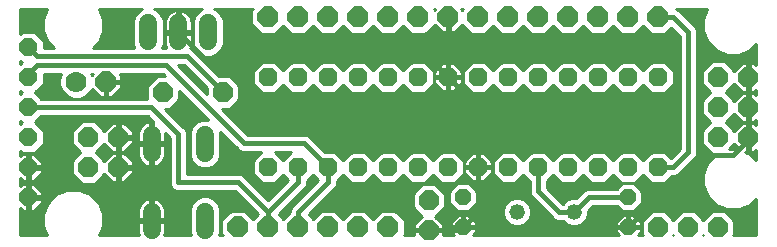
<source format=gbl>
G75*
G70*
%OFA0B0*%
%FSLAX24Y24*%
%IPPOS*%
%LPD*%
%AMOC8*
5,1,8,0,0,1.08239X$1,22.5*
%
%ADD10OC8,0.0630*%
%ADD11OC8,0.0660*%
%ADD12C,0.0600*%
%ADD13OC8,0.0700*%
%ADD14C,0.0700*%
%ADD15C,0.0520*%
%ADD16OC8,0.0520*%
%ADD17OC8,0.0600*%
%ADD18C,0.0160*%
%ADD19C,0.0100*%
D10*
X009601Y018601D03*
X010601Y018601D03*
X011601Y018601D03*
X012601Y018601D03*
X013601Y018601D03*
X014601Y018601D03*
X015601Y018601D03*
X016601Y018601D03*
X017601Y018601D03*
X018601Y018601D03*
X019601Y018601D03*
X020601Y018601D03*
X021601Y018601D03*
X022601Y018601D03*
X022601Y021601D03*
X021601Y021601D03*
X020601Y021601D03*
X019601Y021601D03*
X018601Y021601D03*
X017601Y021601D03*
X016601Y021601D03*
X015601Y021601D03*
X014601Y021601D03*
X013601Y021601D03*
X012601Y021601D03*
X011601Y021601D03*
X010601Y021601D03*
X009601Y021601D03*
D11*
X008101Y021101D03*
X006101Y021101D03*
X004601Y019601D03*
X003601Y019601D03*
X003601Y018601D03*
X004601Y018601D03*
X014951Y017501D03*
X014951Y016501D03*
X022601Y016601D03*
X023601Y016601D03*
X024601Y016601D03*
X024601Y019601D03*
X025601Y019601D03*
X025601Y020601D03*
X024601Y020601D03*
X024601Y021601D03*
X025601Y021601D03*
D12*
X007601Y022801D02*
X007601Y023401D01*
X006601Y023401D02*
X006601Y022801D01*
X005601Y022801D02*
X005601Y023401D01*
X005711Y019681D02*
X005711Y019081D01*
X007491Y019081D02*
X007491Y019681D01*
X007491Y017121D02*
X007491Y016521D01*
X005711Y016521D02*
X005711Y017121D01*
D13*
X008601Y016601D03*
X009601Y016601D03*
X010601Y016601D03*
X011601Y016601D03*
X012601Y016601D03*
X013601Y016601D03*
X013601Y023601D03*
X014601Y023601D03*
X015601Y023601D03*
X016601Y023601D03*
X017601Y023601D03*
X018601Y023601D03*
X019601Y023601D03*
X020601Y023601D03*
X021601Y023601D03*
X022601Y023601D03*
X012601Y023601D03*
X011601Y023601D03*
X010601Y023601D03*
X009601Y023601D03*
X004201Y021451D03*
D14*
X003201Y021451D03*
D15*
X017901Y017101D03*
X019801Y017101D03*
D16*
X021601Y017601D03*
X021601Y016601D03*
X016101Y016601D03*
X016101Y017601D03*
D17*
X001601Y017601D03*
X001601Y018601D03*
X001601Y019601D03*
X001601Y020601D03*
X001601Y021601D03*
X001601Y022601D03*
D18*
X001901Y022301D01*
X006901Y022301D01*
X008101Y021101D01*
X008501Y022101D02*
X007601Y022101D01*
X006601Y023101D01*
X006201Y022001D02*
X008801Y019401D01*
X010801Y019401D01*
X011601Y018601D01*
X011601Y018101D01*
X010601Y017101D01*
X010601Y016601D01*
X009601Y016601D02*
X009601Y017101D01*
X008601Y018101D01*
X006601Y018101D01*
X006601Y019701D01*
X005701Y020601D01*
X001601Y020601D01*
X001601Y021601D02*
X001601Y021701D01*
X001901Y022001D01*
X006201Y022001D01*
X008501Y022101D02*
X009201Y022801D01*
X014401Y022801D01*
X015601Y021601D01*
X015601Y023601D01*
X015601Y021601D02*
X016601Y020601D01*
X016601Y018601D01*
X016601Y017101D01*
X017101Y016601D01*
X021601Y016601D01*
X024001Y019001D01*
X025101Y019001D01*
X025601Y019501D01*
X025601Y019601D01*
X025601Y020601D01*
X025601Y021601D01*
X023601Y023101D02*
X023101Y023601D01*
X022601Y023601D01*
X023601Y023101D02*
X023601Y019101D01*
X023101Y018601D01*
X022601Y018601D01*
X021601Y017601D02*
X020301Y017601D01*
X019801Y017101D01*
X019301Y017101D01*
X018601Y017801D01*
X018601Y018601D01*
X016601Y017101D02*
X016101Y016601D01*
X016001Y016501D01*
X014951Y016501D01*
X010601Y018101D02*
X009601Y017101D01*
X010601Y018101D02*
X010601Y018601D01*
D19*
X001331Y017234D02*
X001331Y016331D01*
X002233Y016331D01*
X002100Y016652D01*
X002100Y017050D01*
X001331Y017050D01*
X001331Y016952D02*
X002100Y016952D01*
X002100Y017050D02*
X002252Y017418D01*
X002534Y017700D01*
X002902Y017852D01*
X003300Y017852D01*
X003668Y017700D01*
X003950Y017418D01*
X004102Y017050D01*
X004102Y016652D01*
X003969Y016331D01*
X005303Y016331D01*
X005294Y016348D01*
X005272Y016415D01*
X005261Y016485D01*
X005261Y016771D01*
X005661Y016771D01*
X005661Y016871D01*
X005661Y017568D01*
X005605Y017560D01*
X005538Y017538D01*
X005475Y017506D01*
X005418Y017464D01*
X005368Y017414D01*
X005326Y017357D01*
X005294Y017294D01*
X005272Y017226D01*
X005261Y017156D01*
X005261Y016871D01*
X005661Y016871D01*
X005761Y016871D01*
X005761Y017568D01*
X005816Y017560D01*
X005884Y017538D01*
X005947Y017506D01*
X006004Y017464D01*
X006054Y017414D01*
X006096Y017357D01*
X006128Y017294D01*
X006150Y017226D01*
X006161Y017156D01*
X006161Y016871D01*
X005761Y016871D01*
X005761Y016771D01*
X006161Y016771D01*
X006161Y016485D01*
X006150Y016415D01*
X006128Y016348D01*
X006119Y016331D01*
X007017Y016331D01*
X006981Y016419D01*
X006981Y017222D01*
X007058Y017410D01*
X007202Y017553D01*
X007389Y017631D01*
X007592Y017631D01*
X007780Y017553D01*
X007923Y017410D01*
X008001Y017222D01*
X008001Y016419D01*
X007964Y016331D01*
X008079Y016331D01*
X008041Y016369D01*
X008041Y016833D01*
X008369Y017161D01*
X008833Y017161D01*
X009101Y016893D01*
X009250Y017042D01*
X008481Y017811D01*
X006543Y017811D01*
X006436Y017855D01*
X006355Y017936D01*
X006311Y018043D01*
X006311Y018158D01*
X006311Y019581D01*
X006158Y019733D01*
X006161Y019716D01*
X006161Y019431D01*
X005761Y019431D01*
X005761Y019331D01*
X006161Y019331D01*
X006161Y019045D01*
X006150Y018975D01*
X006128Y018908D01*
X006096Y018845D01*
X006054Y018788D01*
X006004Y018738D01*
X005947Y018696D01*
X005884Y018664D01*
X005816Y018642D01*
X005761Y018633D01*
X005761Y019331D01*
X005661Y019331D01*
X005661Y018633D01*
X005605Y018642D01*
X005538Y018664D01*
X005475Y018696D01*
X005418Y018738D01*
X005368Y018788D01*
X005326Y018845D01*
X005294Y018908D01*
X005272Y018975D01*
X005261Y019045D01*
X005261Y019331D01*
X005661Y019331D01*
X005661Y019431D01*
X005661Y020128D01*
X005605Y020120D01*
X005538Y020098D01*
X005475Y020066D01*
X005418Y020024D01*
X005368Y019974D01*
X005326Y019917D01*
X005294Y019854D01*
X005272Y019786D01*
X005261Y019716D01*
X005261Y019431D01*
X005661Y019431D01*
X005761Y019431D01*
X005761Y020128D01*
X005763Y020128D01*
X005581Y020311D01*
X002032Y020311D01*
X001822Y020101D01*
X002111Y019812D01*
X002111Y019390D01*
X001812Y019091D01*
X001390Y019091D01*
X001331Y019150D01*
X001331Y018967D01*
X001414Y019051D01*
X001551Y019051D01*
X001551Y018651D01*
X001651Y018651D01*
X001651Y019051D01*
X001787Y019051D01*
X002051Y018787D01*
X002051Y018651D01*
X001651Y018651D01*
X001651Y018551D01*
X002051Y018551D01*
X002051Y018414D01*
X001787Y018151D01*
X001651Y018151D01*
X001651Y018551D01*
X001551Y018551D01*
X001551Y018151D01*
X001414Y018151D01*
X001331Y018234D01*
X001331Y017967D01*
X001414Y018051D01*
X001551Y018051D01*
X001551Y017651D01*
X001651Y017651D01*
X001651Y018051D01*
X001787Y018051D01*
X002051Y017787D01*
X002051Y017651D01*
X001651Y017651D01*
X001651Y017551D01*
X002051Y017551D01*
X002051Y017414D01*
X001787Y017151D01*
X001651Y017151D01*
X001651Y017551D01*
X001551Y017551D01*
X001551Y017151D01*
X001414Y017151D01*
X001331Y017234D01*
X001331Y017149D02*
X002141Y017149D01*
X002181Y017247D02*
X001884Y017247D01*
X001982Y017346D02*
X002222Y017346D01*
X002279Y017444D02*
X002051Y017444D01*
X002051Y017543D02*
X002377Y017543D01*
X002476Y017641D02*
X001651Y017641D01*
X001651Y017543D02*
X001551Y017543D01*
X001551Y017444D02*
X001651Y017444D01*
X001651Y017346D02*
X001551Y017346D01*
X001551Y017247D02*
X001651Y017247D01*
X001651Y017740D02*
X001551Y017740D01*
X001551Y017839D02*
X001651Y017839D01*
X001651Y017937D02*
X001551Y017937D01*
X001551Y018036D02*
X001651Y018036D01*
X001802Y018036D02*
X006314Y018036D01*
X006311Y018134D02*
X004813Y018134D01*
X004800Y018121D02*
X005081Y018402D01*
X005081Y018551D01*
X004651Y018551D01*
X004651Y018651D01*
X004551Y018651D01*
X004551Y019081D01*
X004402Y019081D01*
X004141Y018819D01*
X004141Y018824D01*
X004145Y018824D01*
X004141Y018824D02*
X003864Y019101D01*
X004141Y019377D01*
X004141Y019382D01*
X004402Y019121D01*
X004551Y019121D01*
X004551Y019551D01*
X004651Y019551D01*
X004651Y019651D01*
X004551Y019651D01*
X004551Y020081D01*
X004402Y020081D01*
X004141Y019819D01*
X004141Y019824D01*
X003824Y020141D01*
X003377Y020141D01*
X003061Y019824D01*
X003061Y019377D01*
X003337Y019101D01*
X003061Y018824D01*
X002014Y018824D01*
X002051Y018725D02*
X003061Y018725D01*
X003061Y018627D02*
X001651Y018627D01*
X001651Y018725D02*
X001551Y018725D01*
X001551Y018824D02*
X001651Y018824D01*
X001651Y018923D02*
X001551Y018923D01*
X001551Y019021D02*
X001651Y019021D01*
X001817Y019021D02*
X003257Y019021D01*
X003318Y019120D02*
X001841Y019120D01*
X001939Y019218D02*
X003220Y019218D01*
X003121Y019317D02*
X002038Y019317D01*
X002111Y019415D02*
X003061Y019415D01*
X003061Y019514D02*
X002111Y019514D01*
X002111Y019612D02*
X003061Y019612D01*
X003061Y019711D02*
X002111Y019711D01*
X002111Y019809D02*
X003061Y019809D01*
X003144Y019908D02*
X002015Y019908D01*
X001916Y020007D02*
X003243Y020007D01*
X003341Y020105D02*
X001826Y020105D01*
X001925Y020204D02*
X005688Y020204D01*
X005661Y020105D02*
X005761Y020105D01*
X005761Y020007D02*
X005661Y020007D01*
X005661Y019908D02*
X005761Y019908D01*
X005761Y019809D02*
X005661Y019809D01*
X005661Y019711D02*
X005761Y019711D01*
X005761Y019612D02*
X005661Y019612D01*
X005661Y019514D02*
X005761Y019514D01*
X005761Y019415D02*
X006311Y019415D01*
X006311Y019317D02*
X006161Y019317D01*
X006161Y019218D02*
X006311Y019218D01*
X006311Y019120D02*
X006161Y019120D01*
X006157Y019021D02*
X006311Y019021D01*
X006311Y018923D02*
X006132Y018923D01*
X006080Y018824D02*
X006311Y018824D01*
X006311Y018725D02*
X005987Y018725D01*
X005761Y018725D02*
X005661Y018725D01*
X005661Y018824D02*
X005761Y018824D01*
X005761Y018923D02*
X005661Y018923D01*
X005661Y019021D02*
X005761Y019021D01*
X005761Y019120D02*
X005661Y019120D01*
X005661Y019218D02*
X005761Y019218D01*
X005761Y019317D02*
X005661Y019317D01*
X005661Y019415D02*
X005081Y019415D01*
X005081Y019402D02*
X005081Y019551D01*
X004651Y019551D01*
X004651Y019121D01*
X004800Y019121D01*
X005081Y019402D01*
X005081Y019514D02*
X005261Y019514D01*
X005261Y019612D02*
X004651Y019612D01*
X004651Y019651D02*
X005081Y019651D01*
X005081Y019800D01*
X004800Y020081D01*
X004651Y020081D01*
X004651Y019651D01*
X004651Y019711D02*
X004551Y019711D01*
X004551Y019809D02*
X004651Y019809D01*
X004651Y019908D02*
X004551Y019908D01*
X004551Y020007D02*
X004651Y020007D01*
X004874Y020007D02*
X005400Y020007D01*
X005322Y019908D02*
X004972Y019908D01*
X005071Y019809D02*
X005279Y019809D01*
X005261Y019711D02*
X005081Y019711D01*
X004651Y019514D02*
X004551Y019514D01*
X004551Y019415D02*
X004651Y019415D01*
X004651Y019317D02*
X004551Y019317D01*
X004551Y019218D02*
X004651Y019218D01*
X004651Y019081D02*
X004651Y018651D01*
X005081Y018651D01*
X005081Y018800D01*
X004800Y019081D01*
X004651Y019081D01*
X004651Y019021D02*
X004551Y019021D01*
X004551Y018923D02*
X004651Y018923D01*
X004651Y018824D02*
X004551Y018824D01*
X004551Y018725D02*
X004651Y018725D01*
X004651Y018627D02*
X006311Y018627D01*
X006311Y018528D02*
X005081Y018528D01*
X005081Y018430D02*
X006311Y018430D01*
X006311Y018331D02*
X005010Y018331D01*
X004912Y018233D02*
X006311Y018233D01*
X006355Y017937D02*
X001901Y017937D01*
X001999Y017839D02*
X002869Y017839D01*
X002631Y017740D02*
X002051Y017740D01*
X001869Y018233D02*
X003205Y018233D01*
X003107Y018331D02*
X001968Y018331D01*
X002051Y018430D02*
X003061Y018430D01*
X003061Y018377D02*
X003377Y018061D01*
X003824Y018061D01*
X004141Y018377D01*
X004141Y018382D01*
X004402Y018121D01*
X004551Y018121D01*
X004551Y018551D01*
X004651Y018551D01*
X004651Y018121D01*
X004800Y018121D01*
X004651Y018134D02*
X004551Y018134D01*
X004551Y018233D02*
X004651Y018233D01*
X004651Y018331D02*
X004551Y018331D01*
X004551Y018430D02*
X004651Y018430D01*
X004651Y018528D02*
X004551Y018528D01*
X004290Y018233D02*
X003996Y018233D01*
X003898Y018134D02*
X004389Y018134D01*
X004191Y018331D02*
X004095Y018331D01*
X004043Y018923D02*
X004244Y018923D01*
X004342Y019021D02*
X003944Y019021D01*
X003883Y019120D02*
X005261Y019120D01*
X005261Y019218D02*
X004897Y019218D01*
X004996Y019317D02*
X005261Y019317D01*
X005265Y019021D02*
X004859Y019021D01*
X004958Y018923D02*
X005289Y018923D01*
X005341Y018824D02*
X005056Y018824D01*
X005081Y018725D02*
X005434Y018725D01*
X006161Y019514D02*
X006311Y019514D01*
X006279Y019612D02*
X006161Y019612D01*
X006161Y019711D02*
X006181Y019711D01*
X006607Y020105D02*
X007194Y020105D01*
X007202Y020113D02*
X007058Y019970D01*
X006981Y019782D01*
X006981Y018979D01*
X007058Y018792D01*
X007202Y018648D01*
X007389Y018571D01*
X007592Y018571D01*
X007780Y018648D01*
X007923Y018792D01*
X008001Y018979D01*
X008001Y019782D01*
X007995Y019797D01*
X008555Y019236D01*
X008636Y019155D01*
X008743Y019111D01*
X009368Y019111D01*
X009076Y018818D01*
X009076Y018383D01*
X009383Y018076D01*
X009818Y018076D01*
X010101Y018358D01*
X010275Y018185D01*
X009601Y017511D01*
X008765Y018347D01*
X008658Y018391D01*
X008543Y018391D01*
X006891Y018391D01*
X006891Y019758D01*
X006847Y019865D01*
X006765Y019947D01*
X006151Y020561D01*
X006324Y020561D01*
X006641Y020877D01*
X006641Y021151D01*
X007607Y020185D01*
X007592Y020191D01*
X007389Y020191D01*
X007202Y020113D01*
X007095Y020007D02*
X006705Y020007D01*
X006804Y019908D02*
X007033Y019908D01*
X006992Y019809D02*
X006870Y019809D01*
X006891Y019711D02*
X006981Y019711D01*
X006981Y019612D02*
X006891Y019612D01*
X006891Y019514D02*
X006981Y019514D01*
X006981Y019415D02*
X006891Y019415D01*
X006891Y019317D02*
X006981Y019317D01*
X006981Y019218D02*
X006891Y019218D01*
X006891Y019120D02*
X006981Y019120D01*
X006981Y019021D02*
X006891Y019021D01*
X006891Y018923D02*
X007004Y018923D01*
X007045Y018824D02*
X006891Y018824D01*
X006891Y018725D02*
X007125Y018725D01*
X007254Y018627D02*
X006891Y018627D01*
X006891Y018528D02*
X009076Y018528D01*
X009076Y018430D02*
X006891Y018430D01*
X006476Y017839D02*
X003332Y017839D01*
X003570Y017740D02*
X008551Y017740D01*
X008650Y017641D02*
X003726Y017641D01*
X003824Y017543D02*
X005554Y017543D01*
X005661Y017543D02*
X005761Y017543D01*
X005761Y017444D02*
X005661Y017444D01*
X005661Y017346D02*
X005761Y017346D01*
X005761Y017247D02*
X005661Y017247D01*
X005661Y017149D02*
X005761Y017149D01*
X005761Y017050D02*
X005661Y017050D01*
X005661Y016952D02*
X005761Y016952D01*
X005761Y016853D02*
X006981Y016853D01*
X006981Y016755D02*
X006161Y016755D01*
X006161Y016656D02*
X006981Y016656D01*
X006981Y016558D02*
X006161Y016558D01*
X006157Y016459D02*
X006981Y016459D01*
X007005Y016360D02*
X006132Y016360D01*
X006161Y016952D02*
X006981Y016952D01*
X006981Y017050D02*
X006161Y017050D01*
X006161Y017149D02*
X006981Y017149D01*
X006991Y017247D02*
X006143Y017247D01*
X006101Y017346D02*
X007032Y017346D01*
X007093Y017444D02*
X006024Y017444D01*
X005868Y017543D02*
X007192Y017543D01*
X007790Y017543D02*
X008748Y017543D01*
X008847Y017444D02*
X007888Y017444D01*
X007950Y017346D02*
X008946Y017346D01*
X009044Y017247D02*
X007990Y017247D01*
X008001Y017149D02*
X008357Y017149D01*
X008258Y017050D02*
X008001Y017050D01*
X008001Y016952D02*
X008160Y016952D01*
X008061Y016853D02*
X008001Y016853D01*
X008001Y016755D02*
X008041Y016755D01*
X008041Y016656D02*
X008001Y016656D01*
X008001Y016558D02*
X008041Y016558D01*
X008041Y016459D02*
X008001Y016459D01*
X007976Y016360D02*
X008049Y016360D01*
X008943Y017050D02*
X009241Y017050D01*
X009160Y016952D02*
X009042Y016952D01*
X009143Y017149D02*
X008845Y017149D01*
X009372Y017740D02*
X009830Y017740D01*
X009731Y017641D02*
X009470Y017641D01*
X009569Y017543D02*
X009633Y017543D01*
X009929Y017839D02*
X009273Y017839D01*
X009175Y017937D02*
X010027Y017937D01*
X010126Y018036D02*
X009076Y018036D01*
X008977Y018134D02*
X009325Y018134D01*
X009226Y018233D02*
X008879Y018233D01*
X008780Y018331D02*
X009128Y018331D01*
X009076Y018627D02*
X007728Y018627D01*
X007857Y018725D02*
X009076Y018725D01*
X009082Y018824D02*
X007936Y018824D01*
X007977Y018923D02*
X009180Y018923D01*
X009279Y019021D02*
X008001Y019021D01*
X008001Y019120D02*
X008722Y019120D01*
X008573Y019218D02*
X008001Y019218D01*
X008001Y019317D02*
X008475Y019317D01*
X008376Y019415D02*
X008001Y019415D01*
X008001Y019514D02*
X008278Y019514D01*
X008179Y019612D02*
X008001Y019612D01*
X008001Y019711D02*
X008081Y019711D01*
X008507Y020105D02*
X023311Y020105D01*
X023311Y020007D02*
X008605Y020007D01*
X008704Y019908D02*
X023311Y019908D01*
X023311Y019809D02*
X008802Y019809D01*
X008901Y019711D02*
X023311Y019711D01*
X023311Y019612D02*
X010999Y019612D01*
X010965Y019647D02*
X010858Y019691D01*
X010743Y019691D01*
X008921Y019691D01*
X008051Y020561D01*
X008324Y020561D01*
X008641Y020877D01*
X008641Y021324D01*
X008324Y021641D01*
X007971Y021641D01*
X007065Y022547D01*
X006992Y022577D01*
X007018Y022628D01*
X007040Y022695D01*
X007051Y022765D01*
X007051Y023051D01*
X006651Y023051D01*
X006651Y023151D01*
X007051Y023151D01*
X007051Y023436D01*
X007040Y023506D01*
X007018Y023574D01*
X006986Y023637D01*
X006944Y023694D01*
X006894Y023744D01*
X006837Y023786D01*
X006774Y023818D01*
X006706Y023840D01*
X006651Y023848D01*
X006651Y023151D01*
X006551Y023151D01*
X006551Y023848D01*
X006495Y023840D01*
X006428Y023818D01*
X006365Y023786D01*
X006308Y023744D01*
X006258Y023694D01*
X006216Y023637D01*
X006184Y023574D01*
X006162Y023506D01*
X006151Y023436D01*
X006151Y023151D01*
X006551Y023151D01*
X006551Y023051D01*
X006151Y023051D01*
X006151Y022765D01*
X006162Y022695D01*
X006184Y022628D01*
X006203Y022591D01*
X006066Y022591D01*
X006111Y022699D01*
X006111Y023502D01*
X006033Y023690D01*
X005890Y023833D01*
X005799Y023871D01*
X007403Y023871D01*
X007312Y023833D01*
X007168Y023690D01*
X007091Y023502D01*
X007091Y022699D01*
X007168Y022512D01*
X007312Y022368D01*
X007499Y022291D01*
X007702Y022291D01*
X007890Y022368D01*
X008033Y022512D01*
X008111Y022699D01*
X008111Y023502D01*
X008033Y023690D01*
X007890Y023833D01*
X007799Y023871D01*
X009079Y023871D01*
X009041Y023833D01*
X009041Y023369D01*
X009369Y023041D01*
X009833Y023041D01*
X010101Y023309D01*
X010369Y023041D01*
X010833Y023041D01*
X011101Y023309D01*
X011369Y023041D01*
X011833Y023041D01*
X012101Y023309D01*
X012369Y023041D01*
X012833Y023041D01*
X013101Y023309D01*
X013369Y023041D01*
X013833Y023041D01*
X014101Y023309D01*
X014369Y023041D01*
X014833Y023041D01*
X015143Y023351D01*
X015394Y023101D01*
X015551Y023101D01*
X015551Y023551D01*
X015651Y023551D01*
X015651Y023101D01*
X015808Y023101D01*
X016058Y023351D01*
X016369Y023041D01*
X016833Y023041D01*
X017101Y023309D01*
X017369Y023041D01*
X017833Y023041D01*
X018101Y023309D01*
X018369Y023041D01*
X018833Y023041D01*
X019101Y023309D01*
X019369Y023041D01*
X019833Y023041D01*
X020101Y023309D01*
X020369Y023041D01*
X020833Y023041D01*
X021101Y023309D01*
X021369Y023041D01*
X021833Y023041D01*
X022101Y023309D01*
X022369Y023041D01*
X022833Y023041D01*
X023042Y023250D01*
X023311Y022981D01*
X023311Y019221D01*
X023017Y018927D01*
X022818Y019126D01*
X022383Y019126D01*
X022101Y018843D01*
X021818Y019126D01*
X021383Y019126D01*
X021101Y018843D01*
X020818Y019126D01*
X020383Y019126D01*
X020101Y018843D01*
X019818Y019126D01*
X019383Y019126D01*
X019101Y018843D01*
X018818Y019126D01*
X018383Y019126D01*
X018101Y018843D01*
X017818Y019126D01*
X017383Y019126D01*
X017076Y018818D01*
X017076Y018383D01*
X017383Y018076D01*
X017818Y018076D01*
X018101Y018358D01*
X018311Y018148D01*
X018311Y017858D01*
X018311Y017743D01*
X018355Y017636D01*
X019055Y016936D01*
X019136Y016855D01*
X019243Y016811D01*
X019426Y016811D01*
X019535Y016702D01*
X019707Y016631D01*
X019894Y016631D01*
X020067Y016702D01*
X020199Y016835D01*
X020271Y017007D01*
X020271Y017161D01*
X020421Y017311D01*
X021226Y017311D01*
X021406Y017131D01*
X021795Y017131D01*
X022071Y017406D01*
X022071Y017795D01*
X021795Y018071D01*
X021406Y018071D01*
X021226Y017891D01*
X020358Y017891D01*
X020243Y017891D01*
X020136Y017847D01*
X019861Y017571D01*
X019707Y017571D01*
X019535Y017499D01*
X019426Y017391D01*
X019421Y017391D01*
X018891Y017921D01*
X018891Y018148D01*
X019101Y018358D01*
X019383Y018076D01*
X019818Y018076D01*
X020101Y018358D01*
X020383Y018076D01*
X020818Y018076D01*
X021101Y018358D01*
X021383Y018076D01*
X021818Y018076D01*
X022101Y018358D01*
X022383Y018076D01*
X022818Y018076D01*
X023053Y018311D01*
X023158Y018311D01*
X023265Y018355D01*
X023847Y018936D01*
X023891Y019043D01*
X023891Y019158D01*
X023891Y023043D01*
X023891Y023158D01*
X023847Y023265D01*
X023347Y023765D01*
X023265Y023847D01*
X023207Y023871D01*
X024233Y023871D01*
X024100Y023550D01*
X024100Y023152D01*
X024252Y022784D01*
X024534Y022502D01*
X024902Y022350D01*
X025300Y022350D01*
X025668Y022502D01*
X025871Y022705D01*
X025871Y022009D01*
X025800Y022081D01*
X025651Y022081D01*
X025651Y021651D01*
X025551Y021651D01*
X025551Y022081D01*
X025402Y022081D01*
X025141Y021819D01*
X025141Y021824D01*
X024824Y022141D01*
X024377Y022141D01*
X024061Y021824D01*
X024061Y021377D01*
X024337Y021101D01*
X024061Y020824D01*
X024061Y020377D01*
X024337Y020101D01*
X024061Y019824D01*
X024061Y019377D01*
X024377Y019061D01*
X024561Y019061D01*
X024534Y019050D01*
X024252Y018768D01*
X024100Y018400D01*
X024100Y018002D01*
X024252Y017634D01*
X024534Y017352D01*
X024902Y017200D01*
X025300Y017200D01*
X025668Y017352D01*
X025871Y017555D01*
X025871Y016331D01*
X025094Y016331D01*
X025141Y016377D01*
X025141Y016824D01*
X024824Y017141D01*
X024377Y017141D01*
X024101Y016864D01*
X023824Y017141D01*
X023377Y017141D01*
X023101Y016864D01*
X022824Y017141D01*
X022377Y017141D01*
X022061Y016824D01*
X022061Y016377D01*
X022107Y016331D01*
X021911Y016331D01*
X022011Y016431D01*
X022011Y016571D01*
X021631Y016571D01*
X021631Y016631D01*
X021571Y016631D01*
X021571Y017011D01*
X021431Y017011D01*
X021191Y016771D01*
X021191Y016631D01*
X021571Y016631D01*
X021571Y016571D01*
X021191Y016571D01*
X021191Y016431D01*
X021291Y016331D01*
X016411Y016331D01*
X016511Y016431D01*
X016511Y016571D01*
X016131Y016571D01*
X016131Y016631D01*
X016071Y016631D01*
X016071Y017011D01*
X015931Y017011D01*
X015691Y016771D01*
X015691Y016631D01*
X016071Y016631D01*
X016071Y016571D01*
X015691Y016571D01*
X015691Y016431D01*
X015791Y016331D01*
X015431Y016331D01*
X015431Y016471D01*
X014981Y016471D01*
X014981Y016531D01*
X015431Y016531D01*
X015431Y016700D01*
X015169Y016961D01*
X015174Y016961D01*
X015491Y017277D01*
X015491Y017724D01*
X015174Y018041D01*
X014727Y018041D01*
X014411Y017724D01*
X014411Y017277D01*
X014727Y016961D01*
X014732Y016961D01*
X014471Y016700D01*
X014471Y016531D01*
X014921Y016531D01*
X014921Y016471D01*
X014471Y016471D01*
X014471Y016331D01*
X014123Y016331D01*
X014161Y016369D01*
X014161Y016833D01*
X013833Y017161D01*
X013369Y017161D01*
X013101Y016893D01*
X012833Y017161D01*
X012369Y017161D01*
X012101Y016893D01*
X011833Y017161D01*
X011369Y017161D01*
X011101Y016893D01*
X010952Y017042D01*
X011765Y017855D01*
X011847Y017936D01*
X011891Y018043D01*
X011891Y018148D01*
X012101Y018358D01*
X012383Y018076D01*
X012818Y018076D01*
X013101Y018358D01*
X013383Y018076D01*
X013818Y018076D01*
X014101Y018358D01*
X014383Y018076D01*
X014818Y018076D01*
X015101Y018358D01*
X015383Y018076D01*
X015818Y018076D01*
X016126Y018383D01*
X016126Y018818D01*
X015818Y019126D01*
X015383Y019126D01*
X015101Y018843D01*
X014818Y019126D01*
X014383Y019126D01*
X014101Y018843D01*
X013818Y019126D01*
X013383Y019126D01*
X013101Y018843D01*
X012818Y019126D01*
X012383Y019126D01*
X012101Y018843D01*
X011818Y019126D01*
X011486Y019126D01*
X010965Y019647D01*
X011098Y019514D02*
X023311Y019514D01*
X023311Y019415D02*
X011196Y019415D01*
X011295Y019317D02*
X023311Y019317D01*
X023308Y019218D02*
X011393Y019218D01*
X011824Y019120D02*
X012377Y019120D01*
X012279Y019021D02*
X011923Y019021D01*
X012021Y018923D02*
X012180Y018923D01*
X012128Y018331D02*
X012074Y018331D01*
X011975Y018233D02*
X012226Y018233D01*
X012325Y018134D02*
X011891Y018134D01*
X011888Y018036D02*
X014722Y018036D01*
X014624Y017937D02*
X011847Y017937D01*
X011749Y017839D02*
X014525Y017839D01*
X014426Y017740D02*
X011650Y017740D01*
X011552Y017641D02*
X014411Y017641D01*
X014411Y017543D02*
X011453Y017543D01*
X011354Y017444D02*
X014411Y017444D01*
X014411Y017346D02*
X011256Y017346D01*
X011157Y017247D02*
X014441Y017247D01*
X014539Y017149D02*
X013845Y017149D01*
X013943Y017050D02*
X014638Y017050D01*
X014723Y016952D02*
X014042Y016952D01*
X014140Y016853D02*
X014624Y016853D01*
X014526Y016755D02*
X014161Y016755D01*
X014161Y016656D02*
X014471Y016656D01*
X014471Y016558D02*
X014161Y016558D01*
X014161Y016459D02*
X014471Y016459D01*
X014471Y016360D02*
X014152Y016360D01*
X013258Y017050D02*
X012943Y017050D01*
X013042Y016952D02*
X013160Y016952D01*
X013357Y017149D02*
X012845Y017149D01*
X012357Y017149D02*
X011845Y017149D01*
X011943Y017050D02*
X012258Y017050D01*
X012160Y016952D02*
X012042Y016952D01*
X011357Y017149D02*
X011059Y017149D01*
X010960Y017050D02*
X011258Y017050D01*
X011160Y016952D02*
X011042Y016952D01*
X010436Y017346D02*
X010256Y017346D01*
X010355Y017265D02*
X010311Y017158D01*
X010311Y017103D01*
X010101Y016893D01*
X009952Y017042D01*
X010847Y017936D01*
X010891Y018043D01*
X010891Y018148D01*
X011101Y018358D01*
X011275Y018185D01*
X010355Y017265D01*
X010348Y017247D02*
X010157Y017247D01*
X010059Y017149D02*
X010311Y017149D01*
X010258Y017050D02*
X009960Y017050D01*
X010042Y016952D02*
X010160Y016952D01*
X010355Y017444D02*
X010534Y017444D01*
X010453Y017543D02*
X010633Y017543D01*
X010552Y017641D02*
X010731Y017641D01*
X010650Y017740D02*
X010830Y017740D01*
X010749Y017839D02*
X010929Y017839D01*
X010847Y017937D02*
X011027Y017937D01*
X011126Y018036D02*
X010888Y018036D01*
X010891Y018134D02*
X011224Y018134D01*
X011226Y018233D02*
X010975Y018233D01*
X011074Y018331D02*
X011128Y018331D01*
X010226Y018233D02*
X009975Y018233D01*
X010074Y018331D02*
X010128Y018331D01*
X010224Y018134D02*
X009877Y018134D01*
X010101Y018843D02*
X010368Y019111D01*
X009833Y019111D01*
X010101Y018843D01*
X010180Y018923D02*
X010021Y018923D01*
X009923Y019021D02*
X010279Y019021D01*
X008408Y020204D02*
X023311Y020204D01*
X023311Y020302D02*
X008309Y020302D01*
X008211Y020401D02*
X023311Y020401D01*
X023311Y020499D02*
X008112Y020499D01*
X008361Y020598D02*
X023311Y020598D01*
X023311Y020696D02*
X008460Y020696D01*
X008559Y020795D02*
X023311Y020795D01*
X023311Y020893D02*
X008641Y020893D01*
X008641Y020992D02*
X023311Y020992D01*
X023311Y021091D02*
X022833Y021091D01*
X022818Y021076D02*
X023126Y021383D01*
X023126Y021818D01*
X022818Y022126D01*
X022383Y022126D01*
X022101Y021843D01*
X021818Y022126D01*
X021383Y022126D01*
X021101Y021843D01*
X020818Y022126D01*
X020383Y022126D01*
X020101Y021843D01*
X019818Y022126D01*
X019383Y022126D01*
X019101Y021843D01*
X018818Y022126D01*
X018383Y022126D01*
X018101Y021843D01*
X017818Y022126D01*
X017383Y022126D01*
X017101Y021843D01*
X016818Y022126D01*
X016383Y022126D01*
X016076Y021818D01*
X016076Y021383D01*
X016383Y021076D01*
X016818Y021076D01*
X017101Y021358D01*
X017383Y021076D01*
X017818Y021076D01*
X018101Y021358D01*
X018383Y021076D01*
X018818Y021076D01*
X019101Y021358D01*
X019383Y021076D01*
X019818Y021076D01*
X020101Y021358D01*
X020383Y021076D01*
X020818Y021076D01*
X021101Y021358D01*
X021383Y021076D01*
X021818Y021076D01*
X022101Y021358D01*
X022383Y021076D01*
X022818Y021076D01*
X022931Y021189D02*
X023311Y021189D01*
X023311Y021288D02*
X023030Y021288D01*
X023126Y021386D02*
X023311Y021386D01*
X023311Y021485D02*
X023126Y021485D01*
X023126Y021583D02*
X023311Y021583D01*
X023311Y021682D02*
X023126Y021682D01*
X023126Y021780D02*
X023311Y021780D01*
X023311Y021879D02*
X023065Y021879D01*
X022967Y021977D02*
X023311Y021977D01*
X023311Y022076D02*
X022868Y022076D01*
X023311Y022174D02*
X007437Y022174D01*
X007536Y022076D02*
X009334Y022076D01*
X009383Y022126D02*
X009076Y021818D01*
X009076Y021383D01*
X009383Y021076D01*
X009818Y021076D01*
X010101Y021358D01*
X010383Y021076D01*
X010818Y021076D01*
X011101Y021358D01*
X011383Y021076D01*
X011818Y021076D01*
X012101Y021358D01*
X012383Y021076D01*
X012818Y021076D01*
X013101Y021358D01*
X013383Y021076D01*
X013818Y021076D01*
X014101Y021358D01*
X014383Y021076D01*
X014818Y021076D01*
X015126Y021383D01*
X015126Y021818D01*
X014818Y022126D01*
X014383Y022126D01*
X014101Y021843D01*
X013818Y022126D01*
X013383Y022126D01*
X013101Y021843D01*
X012818Y022126D01*
X012383Y022126D01*
X012101Y021843D01*
X011818Y022126D01*
X011383Y022126D01*
X011101Y021843D01*
X010818Y022126D01*
X010383Y022126D01*
X010101Y021843D01*
X009818Y022126D01*
X009383Y022126D01*
X009235Y021977D02*
X007634Y021977D01*
X007733Y021879D02*
X009136Y021879D01*
X009076Y021780D02*
X007831Y021780D01*
X007930Y021682D02*
X009076Y021682D01*
X009076Y021583D02*
X008382Y021583D01*
X008480Y021485D02*
X009076Y021485D01*
X009076Y021386D02*
X008579Y021386D01*
X008641Y021288D02*
X009171Y021288D01*
X009270Y021189D02*
X008641Y021189D01*
X008641Y021091D02*
X009369Y021091D01*
X009833Y021091D02*
X010369Y021091D01*
X010270Y021189D02*
X009931Y021189D01*
X010030Y021288D02*
X010171Y021288D01*
X010136Y021879D02*
X010065Y021879D01*
X009967Y021977D02*
X010235Y021977D01*
X010334Y022076D02*
X009868Y022076D01*
X009853Y023061D02*
X010348Y023061D01*
X010250Y023160D02*
X009952Y023160D01*
X010050Y023258D02*
X010151Y023258D01*
X010853Y023061D02*
X011348Y023061D01*
X011250Y023160D02*
X010952Y023160D01*
X011050Y023258D02*
X011151Y023258D01*
X011853Y023061D02*
X012348Y023061D01*
X012250Y023160D02*
X011952Y023160D01*
X012050Y023258D02*
X012151Y023258D01*
X012853Y023061D02*
X013348Y023061D01*
X013250Y023160D02*
X012952Y023160D01*
X013050Y023258D02*
X013151Y023258D01*
X013853Y023061D02*
X014348Y023061D01*
X014250Y023160D02*
X013952Y023160D01*
X014050Y023258D02*
X014151Y023258D01*
X014853Y023061D02*
X016348Y023061D01*
X016250Y023160D02*
X015867Y023160D01*
X015966Y023258D02*
X016151Y023258D01*
X015651Y023258D02*
X015551Y023258D01*
X015551Y023160D02*
X015651Y023160D01*
X015651Y023357D02*
X015551Y023357D01*
X015551Y023456D02*
X015651Y023456D01*
X015335Y023160D02*
X014952Y023160D01*
X015050Y023258D02*
X015236Y023258D01*
X015143Y023850D02*
X015123Y023871D01*
X015164Y023871D01*
X015143Y023850D01*
X016038Y023871D02*
X016079Y023871D01*
X016058Y023850D01*
X016038Y023871D01*
X016952Y023160D02*
X017250Y023160D01*
X017348Y023061D02*
X016853Y023061D01*
X017050Y023258D02*
X017151Y023258D01*
X017853Y023061D02*
X018348Y023061D01*
X018250Y023160D02*
X017952Y023160D01*
X018050Y023258D02*
X018151Y023258D01*
X018853Y023061D02*
X019348Y023061D01*
X019250Y023160D02*
X018952Y023160D01*
X019050Y023258D02*
X019151Y023258D01*
X019853Y023061D02*
X020348Y023061D01*
X020250Y023160D02*
X019952Y023160D01*
X020050Y023258D02*
X020151Y023258D01*
X020853Y023061D02*
X021348Y023061D01*
X021250Y023160D02*
X020952Y023160D01*
X021050Y023258D02*
X021151Y023258D01*
X021853Y023061D02*
X022348Y023061D01*
X022250Y023160D02*
X021952Y023160D01*
X022050Y023258D02*
X022151Y023258D01*
X022853Y023061D02*
X023230Y023061D01*
X023311Y022963D02*
X008111Y022963D01*
X008111Y023061D02*
X009348Y023061D01*
X009250Y023160D02*
X008111Y023160D01*
X008111Y023258D02*
X009151Y023258D01*
X009053Y023357D02*
X008111Y023357D01*
X008111Y023456D02*
X009041Y023456D01*
X009041Y023554D02*
X008089Y023554D01*
X008048Y023653D02*
X009041Y023653D01*
X009041Y023751D02*
X007972Y023751D01*
X007850Y023850D02*
X009058Y023850D01*
X008111Y022864D02*
X023311Y022864D01*
X023311Y022766D02*
X008111Y022766D01*
X008097Y022667D02*
X023311Y022667D01*
X023311Y022569D02*
X008057Y022569D01*
X007991Y022470D02*
X023311Y022470D01*
X023311Y022372D02*
X007893Y022372D01*
X007339Y022273D02*
X023311Y022273D01*
X023891Y022273D02*
X025871Y022273D01*
X025871Y022174D02*
X023891Y022174D01*
X023891Y022076D02*
X024312Y022076D01*
X024214Y021977D02*
X023891Y021977D01*
X023891Y021879D02*
X024115Y021879D01*
X024061Y021780D02*
X023891Y021780D01*
X023891Y021682D02*
X024061Y021682D01*
X024061Y021583D02*
X023891Y021583D01*
X023891Y021485D02*
X024061Y021485D01*
X024061Y021386D02*
X023891Y021386D01*
X023891Y021288D02*
X024150Y021288D01*
X024249Y021189D02*
X023891Y021189D01*
X023891Y021091D02*
X024327Y021091D01*
X024228Y020992D02*
X023891Y020992D01*
X023891Y020893D02*
X024130Y020893D01*
X024061Y020795D02*
X023891Y020795D01*
X023891Y020696D02*
X024061Y020696D01*
X024061Y020598D02*
X023891Y020598D01*
X023891Y020499D02*
X024061Y020499D01*
X024061Y020401D02*
X023891Y020401D01*
X023891Y020302D02*
X024136Y020302D01*
X024234Y020204D02*
X023891Y020204D01*
X023891Y020105D02*
X024333Y020105D01*
X024243Y020007D02*
X023891Y020007D01*
X023891Y019908D02*
X024144Y019908D01*
X024061Y019809D02*
X023891Y019809D01*
X023891Y019711D02*
X024061Y019711D01*
X024061Y019612D02*
X023891Y019612D01*
X023891Y019514D02*
X024061Y019514D01*
X024061Y019415D02*
X023891Y019415D01*
X023891Y019317D02*
X024121Y019317D01*
X024220Y019218D02*
X023891Y019218D01*
X023891Y019120D02*
X024318Y019120D01*
X024505Y019021D02*
X023882Y019021D01*
X023833Y018923D02*
X024407Y018923D01*
X024308Y018824D02*
X023734Y018824D01*
X023636Y018725D02*
X024234Y018725D01*
X024194Y018627D02*
X023537Y018627D01*
X023439Y018528D02*
X024153Y018528D01*
X024112Y018430D02*
X023340Y018430D01*
X023208Y018331D02*
X024100Y018331D01*
X024100Y018233D02*
X022975Y018233D01*
X022877Y018134D02*
X024100Y018134D01*
X024100Y018036D02*
X021831Y018036D01*
X021877Y018134D02*
X022325Y018134D01*
X022226Y018233D02*
X021975Y018233D01*
X022074Y018331D02*
X022128Y018331D01*
X021929Y017937D02*
X024126Y017937D01*
X024167Y017839D02*
X022028Y017839D01*
X022071Y017740D02*
X024208Y017740D01*
X024249Y017641D02*
X022071Y017641D01*
X022071Y017543D02*
X024343Y017543D01*
X024441Y017444D02*
X022071Y017444D01*
X022011Y017346D02*
X024548Y017346D01*
X024786Y017247D02*
X021912Y017247D01*
X021813Y017149D02*
X025871Y017149D01*
X025871Y017247D02*
X025415Y017247D01*
X025653Y017346D02*
X025871Y017346D01*
X025871Y017444D02*
X025760Y017444D01*
X025859Y017543D02*
X025871Y017543D01*
X025871Y017050D02*
X024915Y017050D01*
X025013Y016952D02*
X025871Y016952D01*
X025871Y016853D02*
X025112Y016853D01*
X025141Y016755D02*
X025871Y016755D01*
X025871Y016656D02*
X025141Y016656D01*
X025141Y016558D02*
X025871Y016558D01*
X025871Y016459D02*
X025141Y016459D01*
X025124Y016360D02*
X025871Y016360D01*
X024287Y017050D02*
X023915Y017050D01*
X024013Y016952D02*
X024188Y016952D01*
X024101Y016337D02*
X024107Y016331D01*
X024094Y016331D01*
X024101Y016337D01*
X023107Y016331D02*
X023094Y016331D01*
X023101Y016337D01*
X023107Y016331D01*
X023188Y016952D02*
X023013Y016952D01*
X022915Y017050D02*
X023287Y017050D01*
X022287Y017050D02*
X020271Y017050D01*
X020271Y017149D02*
X021388Y017149D01*
X021290Y017247D02*
X020357Y017247D01*
X020248Y016952D02*
X021372Y016952D01*
X021273Y016853D02*
X020207Y016853D01*
X020119Y016755D02*
X021191Y016755D01*
X021191Y016656D02*
X019955Y016656D01*
X019646Y016656D02*
X018055Y016656D01*
X017994Y016631D02*
X018167Y016702D01*
X018299Y016835D01*
X018371Y017007D01*
X018371Y017194D01*
X018299Y017367D01*
X018167Y017499D01*
X017994Y017571D01*
X017807Y017571D01*
X017635Y017499D01*
X017502Y017367D01*
X017431Y017194D01*
X017431Y017007D01*
X017502Y016835D01*
X017635Y016702D01*
X017807Y016631D01*
X017994Y016631D01*
X017746Y016656D02*
X016511Y016656D01*
X016511Y016631D02*
X016511Y016771D01*
X016271Y017011D01*
X016131Y017011D01*
X016131Y016631D01*
X016511Y016631D01*
X016511Y016558D02*
X021191Y016558D01*
X021191Y016459D02*
X016511Y016459D01*
X016440Y016360D02*
X021261Y016360D01*
X021571Y016656D02*
X021631Y016656D01*
X021631Y016631D02*
X021631Y017011D01*
X021771Y017011D01*
X022011Y016771D01*
X022011Y016631D01*
X021631Y016631D01*
X021631Y016755D02*
X021571Y016755D01*
X021571Y016853D02*
X021631Y016853D01*
X021631Y016952D02*
X021571Y016952D01*
X021830Y016952D02*
X022188Y016952D01*
X022090Y016853D02*
X021928Y016853D01*
X022011Y016755D02*
X022061Y016755D01*
X022061Y016656D02*
X022011Y016656D01*
X022011Y016558D02*
X022061Y016558D01*
X022061Y016459D02*
X022011Y016459D01*
X022077Y016360D02*
X021940Y016360D01*
X021273Y017937D02*
X018891Y017937D01*
X018891Y018036D02*
X021371Y018036D01*
X021325Y018134D02*
X020877Y018134D01*
X020975Y018233D02*
X021226Y018233D01*
X021128Y018331D02*
X021074Y018331D01*
X021021Y018923D02*
X021180Y018923D01*
X021279Y019021D02*
X020923Y019021D01*
X020824Y019120D02*
X021377Y019120D01*
X021824Y019120D02*
X022377Y019120D01*
X022279Y019021D02*
X021923Y019021D01*
X022021Y018923D02*
X022180Y018923D01*
X022824Y019120D02*
X023210Y019120D01*
X023111Y019021D02*
X022923Y019021D01*
X024864Y020101D02*
X025141Y020377D01*
X025141Y020382D01*
X025402Y020121D01*
X025551Y020121D01*
X025551Y020551D01*
X025651Y020551D01*
X025651Y020121D01*
X025800Y020121D01*
X025871Y020192D01*
X025871Y020009D01*
X025800Y020081D01*
X025651Y020081D01*
X025651Y019651D01*
X025551Y019651D01*
X025551Y020081D01*
X025402Y020081D01*
X025141Y019819D01*
X025141Y019824D01*
X024864Y020101D01*
X024869Y020105D02*
X025871Y020105D01*
X025651Y020007D02*
X025551Y020007D01*
X025551Y019908D02*
X025651Y019908D01*
X025651Y019809D02*
X025551Y019809D01*
X025551Y019711D02*
X025651Y019711D01*
X025651Y019551D02*
X025651Y019121D01*
X025800Y019121D01*
X025871Y019192D01*
X025871Y018847D01*
X025668Y019050D01*
X025496Y019121D01*
X025551Y019121D01*
X025551Y019551D01*
X025651Y019551D01*
X025651Y019514D02*
X025551Y019514D01*
X025551Y019415D02*
X025651Y019415D01*
X025651Y019317D02*
X025551Y019317D01*
X025551Y019218D02*
X025651Y019218D01*
X025499Y019120D02*
X025871Y019120D01*
X025871Y019021D02*
X025696Y019021D01*
X025795Y018923D02*
X025871Y018923D01*
X025336Y019187D02*
X025300Y019202D01*
X024966Y019202D01*
X025141Y019377D01*
X025141Y019382D01*
X025336Y019187D01*
X025305Y019218D02*
X024982Y019218D01*
X025080Y019317D02*
X025206Y019317D01*
X025229Y019908D02*
X025057Y019908D01*
X024959Y020007D02*
X025328Y020007D01*
X025319Y020204D02*
X024967Y020204D01*
X025066Y020302D02*
X025221Y020302D01*
X025551Y020302D02*
X025651Y020302D01*
X025651Y020204D02*
X025551Y020204D01*
X025551Y020401D02*
X025651Y020401D01*
X025651Y020499D02*
X025551Y020499D01*
X025551Y020651D02*
X025551Y021081D01*
X025402Y021081D01*
X025141Y020819D01*
X025141Y020824D01*
X024864Y021101D01*
X025141Y021377D01*
X025141Y021382D01*
X025402Y021121D01*
X025551Y021121D01*
X025551Y021551D01*
X025651Y021551D01*
X025651Y021121D01*
X025800Y021121D01*
X025871Y021192D01*
X025871Y021009D01*
X025800Y021081D01*
X025651Y021081D01*
X025651Y020651D01*
X025551Y020651D01*
X025551Y020696D02*
X025651Y020696D01*
X025651Y020795D02*
X025551Y020795D01*
X025551Y020893D02*
X025651Y020893D01*
X025651Y020992D02*
X025551Y020992D01*
X025551Y021189D02*
X025651Y021189D01*
X025651Y021288D02*
X025551Y021288D01*
X025551Y021386D02*
X025651Y021386D01*
X025651Y021485D02*
X025551Y021485D01*
X025551Y021682D02*
X025651Y021682D01*
X025651Y021780D02*
X025551Y021780D01*
X025551Y021879D02*
X025651Y021879D01*
X025651Y021977D02*
X025551Y021977D01*
X025551Y022076D02*
X025651Y022076D01*
X025804Y022076D02*
X025871Y022076D01*
X025871Y022372D02*
X025353Y022372D01*
X025591Y022470D02*
X025871Y022470D01*
X025871Y022569D02*
X025734Y022569D01*
X025833Y022667D02*
X025871Y022667D01*
X025397Y022076D02*
X024889Y022076D01*
X024988Y021977D02*
X025299Y021977D01*
X025200Y021879D02*
X025086Y021879D01*
X024849Y022372D02*
X023891Y022372D01*
X023891Y022470D02*
X024611Y022470D01*
X024467Y022569D02*
X023891Y022569D01*
X023891Y022667D02*
X024368Y022667D01*
X024270Y022766D02*
X023891Y022766D01*
X023891Y022864D02*
X024219Y022864D01*
X024178Y022963D02*
X023891Y022963D01*
X023891Y023061D02*
X024137Y023061D01*
X024100Y023160D02*
X023890Y023160D01*
X023849Y023258D02*
X024100Y023258D01*
X024100Y023357D02*
X023755Y023357D01*
X023656Y023456D02*
X024100Y023456D01*
X024101Y023554D02*
X023558Y023554D01*
X023459Y023653D02*
X024142Y023653D01*
X024183Y023751D02*
X023360Y023751D01*
X023347Y023765D02*
X023347Y023765D01*
X023258Y023850D02*
X024224Y023850D01*
X023131Y023160D02*
X022952Y023160D01*
X022334Y022076D02*
X021868Y022076D01*
X021967Y021977D02*
X022235Y021977D01*
X022136Y021879D02*
X022065Y021879D01*
X022030Y021288D02*
X022171Y021288D01*
X022270Y021189D02*
X021931Y021189D01*
X021833Y021091D02*
X022369Y021091D01*
X021369Y021091D02*
X020833Y021091D01*
X020931Y021189D02*
X021270Y021189D01*
X021171Y021288D02*
X021030Y021288D01*
X021065Y021879D02*
X021136Y021879D01*
X021235Y021977D02*
X020967Y021977D01*
X020868Y022076D02*
X021334Y022076D01*
X020334Y022076D02*
X019868Y022076D01*
X019967Y021977D02*
X020235Y021977D01*
X020136Y021879D02*
X020065Y021879D01*
X020030Y021288D02*
X020171Y021288D01*
X020270Y021189D02*
X019931Y021189D01*
X019833Y021091D02*
X020369Y021091D01*
X019369Y021091D02*
X018833Y021091D01*
X018931Y021189D02*
X019270Y021189D01*
X019171Y021288D02*
X019030Y021288D01*
X019065Y021879D02*
X019136Y021879D01*
X019235Y021977D02*
X018967Y021977D01*
X018868Y022076D02*
X019334Y022076D01*
X018334Y022076D02*
X017868Y022076D01*
X017967Y021977D02*
X018235Y021977D01*
X018136Y021879D02*
X018065Y021879D01*
X018030Y021288D02*
X018171Y021288D01*
X018270Y021189D02*
X017931Y021189D01*
X017833Y021091D02*
X018369Y021091D01*
X017369Y021091D02*
X016833Y021091D01*
X016931Y021189D02*
X017270Y021189D01*
X017171Y021288D02*
X017030Y021288D01*
X017065Y021879D02*
X017136Y021879D01*
X017235Y021977D02*
X016967Y021977D01*
X016868Y022076D02*
X017334Y022076D01*
X016334Y022076D02*
X014868Y022076D01*
X014967Y021977D02*
X015320Y021977D01*
X015408Y022066D02*
X015136Y021793D01*
X015136Y021631D01*
X015571Y021631D01*
X015571Y022066D01*
X015408Y022066D01*
X015571Y021977D02*
X015631Y021977D01*
X015631Y022066D02*
X015793Y022066D01*
X016066Y021793D01*
X016066Y021631D01*
X015631Y021631D01*
X015631Y021571D01*
X016066Y021571D01*
X016066Y021408D01*
X015793Y021136D01*
X015631Y021136D01*
X015631Y021571D01*
X015571Y021571D01*
X015571Y021136D01*
X015408Y021136D01*
X015136Y021408D01*
X015136Y021571D01*
X015571Y021571D01*
X015571Y021631D01*
X015631Y021631D01*
X015631Y022066D01*
X015631Y021879D02*
X015571Y021879D01*
X015571Y021780D02*
X015631Y021780D01*
X015631Y021682D02*
X015571Y021682D01*
X015571Y021583D02*
X015126Y021583D01*
X015126Y021485D02*
X015136Y021485D01*
X015126Y021386D02*
X015158Y021386D01*
X015256Y021288D02*
X015030Y021288D01*
X014931Y021189D02*
X015355Y021189D01*
X015571Y021189D02*
X015631Y021189D01*
X015631Y021288D02*
X015571Y021288D01*
X015571Y021386D02*
X015631Y021386D01*
X015631Y021485D02*
X015571Y021485D01*
X015631Y021583D02*
X016076Y021583D01*
X016066Y021485D02*
X016076Y021485D01*
X016076Y021386D02*
X016044Y021386D01*
X015945Y021288D02*
X016171Y021288D01*
X016270Y021189D02*
X015847Y021189D01*
X016369Y021091D02*
X014833Y021091D01*
X014369Y021091D02*
X013833Y021091D01*
X013931Y021189D02*
X014270Y021189D01*
X014171Y021288D02*
X014030Y021288D01*
X014065Y021879D02*
X014136Y021879D01*
X014235Y021977D02*
X013967Y021977D01*
X013868Y022076D02*
X014334Y022076D01*
X015065Y021879D02*
X015221Y021879D01*
X015136Y021780D02*
X015126Y021780D01*
X015126Y021682D02*
X015136Y021682D01*
X015882Y021977D02*
X016235Y021977D01*
X016136Y021879D02*
X015980Y021879D01*
X016066Y021780D02*
X016076Y021780D01*
X016066Y021682D02*
X016076Y021682D01*
X013334Y022076D02*
X012868Y022076D01*
X012967Y021977D02*
X013235Y021977D01*
X013136Y021879D02*
X013065Y021879D01*
X013030Y021288D02*
X013171Y021288D01*
X013270Y021189D02*
X012931Y021189D01*
X012833Y021091D02*
X013369Y021091D01*
X012369Y021091D02*
X011833Y021091D01*
X011931Y021189D02*
X012270Y021189D01*
X012171Y021288D02*
X012030Y021288D01*
X012065Y021879D02*
X012136Y021879D01*
X012235Y021977D02*
X011967Y021977D01*
X011868Y022076D02*
X012334Y022076D01*
X011334Y022076D02*
X010868Y022076D01*
X010967Y021977D02*
X011235Y021977D01*
X011136Y021879D02*
X011065Y021879D01*
X011030Y021288D02*
X011171Y021288D01*
X011270Y021189D02*
X010931Y021189D01*
X010833Y021091D02*
X011369Y021091D01*
X012824Y019120D02*
X013377Y019120D01*
X013279Y019021D02*
X012923Y019021D01*
X013021Y018923D02*
X013180Y018923D01*
X013824Y019120D02*
X014377Y019120D01*
X014279Y019021D02*
X013923Y019021D01*
X014021Y018923D02*
X014180Y018923D01*
X014128Y018331D02*
X014074Y018331D01*
X013975Y018233D02*
X014226Y018233D01*
X014325Y018134D02*
X013877Y018134D01*
X013325Y018134D02*
X012877Y018134D01*
X012975Y018233D02*
X013226Y018233D01*
X013128Y018331D02*
X013074Y018331D01*
X014877Y018134D02*
X015325Y018134D01*
X015226Y018233D02*
X014975Y018233D01*
X015074Y018331D02*
X015128Y018331D01*
X015179Y018036D02*
X015871Y018036D01*
X015906Y018071D02*
X015631Y017795D01*
X015631Y017406D01*
X015906Y017131D01*
X016295Y017131D01*
X016571Y017406D01*
X016571Y017795D01*
X016295Y018071D01*
X015906Y018071D01*
X015877Y018134D02*
X017325Y018134D01*
X017226Y018233D02*
X016890Y018233D01*
X016793Y018136D02*
X017066Y018408D01*
X017066Y018571D01*
X016631Y018571D01*
X016631Y018631D01*
X017066Y018631D01*
X017066Y018793D01*
X016793Y019066D01*
X016631Y019066D01*
X016631Y018631D01*
X016571Y018631D01*
X016571Y019066D01*
X016408Y019066D01*
X016136Y018793D01*
X016136Y018631D01*
X016571Y018631D01*
X016571Y018571D01*
X016631Y018571D01*
X016631Y018136D01*
X016793Y018136D01*
X016631Y018233D02*
X016571Y018233D01*
X016571Y018136D02*
X016571Y018571D01*
X016136Y018571D01*
X016136Y018408D01*
X016408Y018136D01*
X016571Y018136D01*
X016571Y018331D02*
X016631Y018331D01*
X016631Y018430D02*
X016571Y018430D01*
X016571Y018528D02*
X016631Y018528D01*
X016631Y018627D02*
X017076Y018627D01*
X017066Y018725D02*
X017076Y018725D01*
X017082Y018824D02*
X017035Y018824D01*
X016937Y018923D02*
X017180Y018923D01*
X017279Y019021D02*
X016838Y019021D01*
X016631Y019021D02*
X016571Y019021D01*
X016571Y018923D02*
X016631Y018923D01*
X016631Y018824D02*
X016571Y018824D01*
X016571Y018725D02*
X016631Y018725D01*
X016571Y018627D02*
X016126Y018627D01*
X016126Y018725D02*
X016136Y018725D01*
X016120Y018824D02*
X016166Y018824D01*
X016265Y018923D02*
X016021Y018923D01*
X015923Y019021D02*
X016364Y019021D01*
X016136Y018528D02*
X016126Y018528D01*
X016126Y018430D02*
X016136Y018430D01*
X016074Y018331D02*
X016213Y018331D01*
X016311Y018233D02*
X015975Y018233D01*
X015772Y017937D02*
X015278Y017937D01*
X015377Y017839D02*
X015674Y017839D01*
X015631Y017740D02*
X015475Y017740D01*
X015491Y017641D02*
X015631Y017641D01*
X015631Y017543D02*
X015491Y017543D01*
X015491Y017444D02*
X015631Y017444D01*
X015691Y017346D02*
X015491Y017346D01*
X015461Y017247D02*
X015790Y017247D01*
X015888Y017149D02*
X015362Y017149D01*
X015264Y017050D02*
X017431Y017050D01*
X017431Y017149D02*
X016313Y017149D01*
X016412Y017247D02*
X017453Y017247D01*
X017494Y017346D02*
X016511Y017346D01*
X016571Y017444D02*
X017580Y017444D01*
X017740Y017543D02*
X016571Y017543D01*
X016571Y017641D02*
X018353Y017641D01*
X018312Y017740D02*
X016571Y017740D01*
X016528Y017839D02*
X018311Y017839D01*
X018311Y017937D02*
X016429Y017937D01*
X016331Y018036D02*
X018311Y018036D01*
X018311Y018134D02*
X017877Y018134D01*
X017975Y018233D02*
X018226Y018233D01*
X018128Y018331D02*
X018074Y018331D01*
X018021Y018923D02*
X018180Y018923D01*
X018279Y019021D02*
X017923Y019021D01*
X017824Y019120D02*
X018377Y019120D01*
X018824Y019120D02*
X019377Y019120D01*
X019279Y019021D02*
X018923Y019021D01*
X019021Y018923D02*
X019180Y018923D01*
X019128Y018331D02*
X019074Y018331D01*
X018975Y018233D02*
X019226Y018233D01*
X019325Y018134D02*
X018891Y018134D01*
X018973Y017839D02*
X020129Y017839D01*
X020030Y017740D02*
X019072Y017740D01*
X019170Y017641D02*
X019931Y017641D01*
X019640Y017543D02*
X019269Y017543D01*
X019367Y017444D02*
X019480Y017444D01*
X019040Y016952D02*
X018348Y016952D01*
X018371Y017050D02*
X018941Y017050D01*
X018843Y017149D02*
X018371Y017149D01*
X018349Y017247D02*
X018744Y017247D01*
X018646Y017346D02*
X018308Y017346D01*
X018222Y017444D02*
X018547Y017444D01*
X018448Y017543D02*
X018061Y017543D01*
X018307Y016853D02*
X019141Y016853D01*
X019482Y016755D02*
X018219Y016755D01*
X017582Y016755D02*
X016511Y016755D01*
X016428Y016853D02*
X017495Y016853D01*
X017454Y016952D02*
X016330Y016952D01*
X016131Y016952D02*
X016071Y016952D01*
X016071Y016853D02*
X016131Y016853D01*
X016131Y016755D02*
X016071Y016755D01*
X016071Y016656D02*
X016131Y016656D01*
X015872Y016952D02*
X015179Y016952D01*
X015277Y016853D02*
X015773Y016853D01*
X015691Y016755D02*
X015376Y016755D01*
X015431Y016656D02*
X015691Y016656D01*
X015691Y016558D02*
X015431Y016558D01*
X015431Y016459D02*
X015691Y016459D01*
X015761Y016360D02*
X015431Y016360D01*
X016989Y018331D02*
X017128Y018331D01*
X017076Y018430D02*
X017066Y018430D01*
X017066Y018528D02*
X017076Y018528D01*
X017377Y019120D02*
X015824Y019120D01*
X015377Y019120D02*
X014824Y019120D01*
X014923Y019021D02*
X015279Y019021D01*
X015180Y018923D02*
X015021Y018923D01*
X019824Y019120D02*
X020377Y019120D01*
X020279Y019021D02*
X019923Y019021D01*
X020021Y018923D02*
X020180Y018923D01*
X020128Y018331D02*
X020074Y018331D01*
X019975Y018233D02*
X020226Y018233D01*
X020325Y018134D02*
X019877Y018134D01*
X024875Y021091D02*
X025871Y021091D01*
X025868Y021189D02*
X025871Y021189D01*
X025334Y021189D02*
X024953Y021189D01*
X025051Y021288D02*
X025235Y021288D01*
X025313Y020992D02*
X024973Y020992D01*
X025072Y020893D02*
X025215Y020893D01*
X007588Y020204D02*
X006508Y020204D01*
X006409Y020302D02*
X007489Y020302D01*
X007391Y020401D02*
X006311Y020401D01*
X006212Y020499D02*
X007292Y020499D01*
X007194Y020598D02*
X006361Y020598D01*
X006460Y020696D02*
X007095Y020696D01*
X006997Y020795D02*
X006559Y020795D01*
X006641Y020893D02*
X006898Y020893D01*
X006799Y020992D02*
X006641Y020992D01*
X006641Y021091D02*
X006701Y021091D01*
X007127Y021485D02*
X007307Y021485D01*
X007225Y021386D02*
X007405Y021386D01*
X007324Y021288D02*
X007504Y021288D01*
X007561Y021231D02*
X007561Y021051D01*
X006601Y022011D01*
X006781Y022011D01*
X007561Y021231D01*
X007561Y021189D02*
X007423Y021189D01*
X007521Y021091D02*
X007561Y021091D01*
X007208Y021583D02*
X007028Y021583D01*
X007110Y021682D02*
X006930Y021682D01*
X007011Y021780D02*
X006831Y021780D01*
X006913Y021879D02*
X006733Y021879D01*
X006814Y021977D02*
X006634Y021977D01*
X006151Y021641D02*
X005877Y021641D01*
X005561Y021324D01*
X005561Y020891D01*
X002032Y020891D01*
X001822Y021101D01*
X002111Y021390D01*
X002111Y021711D01*
X002702Y021711D01*
X002641Y021562D01*
X002641Y021339D01*
X002726Y021134D01*
X002884Y020976D01*
X003089Y020891D01*
X003312Y020891D01*
X003518Y020976D01*
X003676Y021134D01*
X003715Y021229D01*
X003994Y020951D01*
X004171Y020951D01*
X004171Y021421D01*
X004231Y021421D01*
X004231Y021481D01*
X004701Y021481D01*
X004701Y021658D01*
X004648Y021711D01*
X006081Y021711D01*
X006151Y021641D01*
X006110Y021682D02*
X004677Y021682D01*
X004701Y021583D02*
X005820Y021583D01*
X005721Y021485D02*
X004701Y021485D01*
X004701Y021421D02*
X004231Y021421D01*
X004231Y020951D01*
X004408Y020951D01*
X004701Y021244D01*
X004701Y021421D01*
X004701Y021386D02*
X005623Y021386D01*
X005561Y021288D02*
X004701Y021288D01*
X004646Y021189D02*
X005561Y021189D01*
X005561Y021091D02*
X004548Y021091D01*
X004449Y020992D02*
X005561Y020992D01*
X005561Y020893D02*
X003319Y020893D01*
X003083Y020893D02*
X002029Y020893D01*
X001931Y020992D02*
X002868Y020992D01*
X002769Y021091D02*
X001832Y021091D01*
X001910Y021189D02*
X002703Y021189D01*
X002662Y021288D02*
X002009Y021288D01*
X002107Y021386D02*
X002641Y021386D01*
X002641Y021485D02*
X002111Y021485D01*
X002111Y021583D02*
X002650Y021583D01*
X002690Y021682D02*
X002111Y021682D01*
X001380Y022101D02*
X001331Y022052D01*
X001331Y022150D01*
X001380Y022101D01*
X001355Y022076D02*
X001331Y022076D01*
X002111Y022591D02*
X002111Y022812D01*
X001812Y023111D01*
X001390Y023111D01*
X001331Y023052D01*
X001331Y023871D01*
X002233Y023871D01*
X002100Y023550D01*
X002100Y023152D01*
X002252Y022784D01*
X002445Y022591D01*
X002111Y022591D01*
X002111Y022667D02*
X002368Y022667D01*
X002270Y022766D02*
X002111Y022766D01*
X002058Y022864D02*
X002219Y022864D01*
X002178Y022963D02*
X001960Y022963D01*
X001861Y023061D02*
X002137Y023061D01*
X002100Y023160D02*
X001331Y023160D01*
X001331Y023258D02*
X002100Y023258D01*
X002100Y023357D02*
X001331Y023357D01*
X001331Y023456D02*
X002100Y023456D01*
X002101Y023554D02*
X001331Y023554D01*
X001331Y023653D02*
X002142Y023653D01*
X002183Y023751D02*
X001331Y023751D01*
X001331Y023850D02*
X002224Y023850D01*
X001340Y023061D02*
X001331Y023061D01*
X001331Y021150D02*
X001380Y021101D01*
X001331Y021052D01*
X001331Y021150D01*
X001331Y021091D02*
X001369Y021091D01*
X002023Y020302D02*
X005589Y020302D01*
X005560Y020105D02*
X003860Y020105D01*
X003959Y020007D02*
X004328Y020007D01*
X004229Y019908D02*
X004057Y019908D01*
X004080Y019317D02*
X004206Y019317D01*
X004305Y019218D02*
X003982Y019218D01*
X003159Y018923D02*
X001915Y018923D01*
X002051Y018528D02*
X003061Y018528D01*
X003061Y018377D02*
X003061Y018824D01*
X003304Y018134D02*
X001331Y018134D01*
X001331Y018036D02*
X001399Y018036D01*
X001331Y018233D02*
X001332Y018233D01*
X001551Y018233D02*
X001651Y018233D01*
X001651Y018331D02*
X001551Y018331D01*
X001551Y018430D02*
X001651Y018430D01*
X001651Y018528D02*
X001551Y018528D01*
X001385Y019021D02*
X001331Y019021D01*
X001331Y019120D02*
X001361Y019120D01*
X001331Y020052D02*
X001380Y020101D01*
X001331Y020150D01*
X001331Y020052D01*
X001331Y020105D02*
X001375Y020105D01*
X003534Y020992D02*
X003952Y020992D01*
X003854Y021091D02*
X003632Y021091D01*
X003698Y021189D02*
X003755Y021189D01*
X004171Y021189D02*
X004231Y021189D01*
X004231Y021091D02*
X004171Y021091D01*
X004171Y020992D02*
X004231Y020992D01*
X004231Y021288D02*
X004171Y021288D01*
X004171Y021386D02*
X004231Y021386D01*
X003754Y021711D02*
X003715Y021672D01*
X003699Y021711D01*
X003754Y021711D01*
X003725Y021682D02*
X003711Y021682D01*
X003757Y022591D02*
X003950Y022784D01*
X004102Y023152D01*
X004102Y023550D01*
X003969Y023871D01*
X005403Y023871D01*
X005312Y023833D01*
X005168Y023690D01*
X005091Y023502D01*
X005091Y022699D01*
X005136Y022591D01*
X003757Y022591D01*
X003833Y022667D02*
X005104Y022667D01*
X005091Y022766D02*
X003932Y022766D01*
X003983Y022864D02*
X005091Y022864D01*
X005091Y022963D02*
X004024Y022963D01*
X004065Y023061D02*
X005091Y023061D01*
X005091Y023160D02*
X004102Y023160D01*
X004102Y023258D02*
X005091Y023258D01*
X005091Y023357D02*
X004102Y023357D01*
X004102Y023456D02*
X005091Y023456D01*
X005112Y023554D02*
X004100Y023554D01*
X004059Y023653D02*
X005153Y023653D01*
X005230Y023751D02*
X004019Y023751D01*
X003978Y023850D02*
X005352Y023850D01*
X005850Y023850D02*
X007352Y023850D01*
X007230Y023751D02*
X006884Y023751D01*
X006974Y023653D02*
X007153Y023653D01*
X007112Y023554D02*
X007024Y023554D01*
X007048Y023456D02*
X007091Y023456D01*
X007091Y023357D02*
X007051Y023357D01*
X007051Y023258D02*
X007091Y023258D01*
X007091Y023160D02*
X007051Y023160D01*
X007091Y023061D02*
X006651Y023061D01*
X006651Y023160D02*
X006551Y023160D01*
X006551Y023258D02*
X006651Y023258D01*
X006651Y023357D02*
X006551Y023357D01*
X006551Y023456D02*
X006651Y023456D01*
X006651Y023554D02*
X006551Y023554D01*
X006551Y023653D02*
X006651Y023653D01*
X006651Y023751D02*
X006551Y023751D01*
X006318Y023751D02*
X005972Y023751D01*
X006048Y023653D02*
X006228Y023653D01*
X006177Y023554D02*
X006089Y023554D01*
X006111Y023456D02*
X006154Y023456D01*
X006151Y023357D02*
X006111Y023357D01*
X006111Y023258D02*
X006151Y023258D01*
X006151Y023160D02*
X006111Y023160D01*
X006111Y023061D02*
X006551Y023061D01*
X006151Y022963D02*
X006111Y022963D01*
X006111Y022864D02*
X006151Y022864D01*
X006151Y022766D02*
X006111Y022766D01*
X006097Y022667D02*
X006171Y022667D01*
X007012Y022569D02*
X007145Y022569D01*
X007142Y022470D02*
X007210Y022470D01*
X007240Y022372D02*
X007309Y022372D01*
X007104Y022667D02*
X007031Y022667D01*
X007051Y022766D02*
X007091Y022766D01*
X007091Y022864D02*
X007051Y022864D01*
X007051Y022963D02*
X007091Y022963D01*
X005398Y017444D02*
X003923Y017444D01*
X003979Y017346D02*
X005320Y017346D01*
X005279Y017247D02*
X004020Y017247D01*
X004061Y017149D02*
X005261Y017149D01*
X005261Y017050D02*
X004102Y017050D01*
X004102Y016952D02*
X005261Y016952D01*
X005261Y016755D02*
X004102Y016755D01*
X004102Y016853D02*
X005661Y016853D01*
X005261Y016656D02*
X004102Y016656D01*
X004063Y016558D02*
X005261Y016558D01*
X005265Y016459D02*
X004022Y016459D01*
X003981Y016360D02*
X005290Y016360D01*
X002220Y016360D02*
X001331Y016360D01*
X001331Y016459D02*
X002179Y016459D01*
X002139Y016558D02*
X001331Y016558D01*
X001331Y016656D02*
X002100Y016656D01*
X002100Y016755D02*
X001331Y016755D01*
X001331Y016853D02*
X002100Y016853D01*
M02*

</source>
